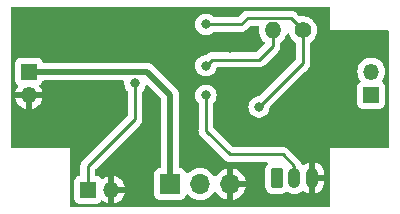
<source format=gbr>
%TF.GenerationSoftware,KiCad,Pcbnew,7.0.2*%
%TF.CreationDate,2023-05-18T15:11:26-04:00*%
%TF.ProjectId,smartpir,736d6172-7470-4697-922e-6b696361645f,rev?*%
%TF.SameCoordinates,Original*%
%TF.FileFunction,Copper,L2,Bot*%
%TF.FilePolarity,Positive*%
%FSLAX46Y46*%
G04 Gerber Fmt 4.6, Leading zero omitted, Abs format (unit mm)*
G04 Created by KiCad (PCBNEW 7.0.2) date 2023-05-18 15:11:26*
%MOMM*%
%LPD*%
G01*
G04 APERTURE LIST*
G04 Aperture macros list*
%AMRoundRect*
0 Rectangle with rounded corners*
0 $1 Rounding radius*
0 $2 $3 $4 $5 $6 $7 $8 $9 X,Y pos of 4 corners*
0 Add a 4 corners polygon primitive as box body*
4,1,4,$2,$3,$4,$5,$6,$7,$8,$9,$2,$3,0*
0 Add four circle primitives for the rounded corners*
1,1,$1+$1,$2,$3*
1,1,$1+$1,$4,$5*
1,1,$1+$1,$6,$7*
1,1,$1+$1,$8,$9*
0 Add four rect primitives between the rounded corners*
20,1,$1+$1,$2,$3,$4,$5,0*
20,1,$1+$1,$4,$5,$6,$7,0*
20,1,$1+$1,$6,$7,$8,$9,0*
20,1,$1+$1,$8,$9,$2,$3,0*%
G04 Aperture macros list end*
%TA.AperFunction,ComponentPad*%
%ADD10O,1.400000X1.400000*%
%TD*%
%TA.AperFunction,ComponentPad*%
%ADD11C,1.400000*%
%TD*%
%TA.AperFunction,ComponentPad*%
%ADD12RoundRect,0.250000X-0.265000X-0.615000X0.265000X-0.615000X0.265000X0.615000X-0.265000X0.615000X0*%
%TD*%
%TA.AperFunction,ComponentPad*%
%ADD13O,1.030000X1.730000*%
%TD*%
%TA.AperFunction,ComponentPad*%
%ADD14R,1.350000X1.350000*%
%TD*%
%TA.AperFunction,ComponentPad*%
%ADD15O,1.350000X1.350000*%
%TD*%
%TA.AperFunction,ComponentPad*%
%ADD16R,1.700000X1.700000*%
%TD*%
%TA.AperFunction,ComponentPad*%
%ADD17O,1.700000X1.700000*%
%TD*%
%TA.AperFunction,ViaPad*%
%ADD18C,0.800000*%
%TD*%
%TA.AperFunction,Conductor*%
%ADD19C,0.250000*%
%TD*%
%TA.AperFunction,Conductor*%
%ADD20C,0.500000*%
%TD*%
G04 APERTURE END LIST*
D10*
%TO.P,R3,2*%
%TO.N,Net-(U1-PA7)*%
X122680000Y-102500000D03*
D11*
%TO.P,R3,1*%
%TO.N,+3.3V*%
X125220000Y-102500000D03*
%TD*%
D12*
%TO.P,J5,1,Pin_1*%
%TO.N,+3.3V*%
X123000000Y-115000000D03*
D13*
%TO.P,J5,2,Pin_2*%
%TO.N,UPDI*%
X124500000Y-115000000D03*
%TO.P,J5,3,Pin_3*%
%TO.N,GND*%
X126000000Y-115000000D03*
%TD*%
D14*
%TO.P,J1,1,Pin_1*%
%TO.N,+BATT*%
X102000000Y-106000000D03*
D15*
%TO.P,J1,2,Pin_2*%
%TO.N,GND*%
X102000000Y-108000000D03*
%TD*%
D14*
%TO.P,J4,1,Pin_1*%
%TO.N,DEBUG*%
X107000000Y-116000000D03*
D15*
%TO.P,J4,2,Pin_2*%
%TO.N,GND*%
X109000000Y-116000000D03*
%TD*%
D14*
%TO.P,J3,1,Pin_1*%
%TO.N,+BATT*%
X131000000Y-108000000D03*
D15*
%TO.P,J3,2,Pin_2*%
%TO.N,Net-(J3-Pin_2)*%
X131000000Y-106000000D03*
%TD*%
D16*
%TO.P,J2,1,Pin_1*%
%TO.N,+BATT*%
X113975000Y-115500000D03*
D17*
%TO.P,J2,2,Pin_2*%
%TO.N,PIR*%
X116515000Y-115500000D03*
%TO.P,J2,3,Pin_3*%
%TO.N,GND*%
X119055000Y-115500000D03*
%TD*%
D18*
%TO.N,GND*%
X124000000Y-111000000D03*
%TO.N,UPDI*%
X117000000Y-108000000D03*
%TO.N,+3.3V*%
X121500000Y-109000000D03*
X117000000Y-102000000D03*
%TO.N,GND*%
X107000000Y-111500000D03*
X108000000Y-102000000D03*
X119000000Y-104000000D03*
%TO.N,DEBUG*%
X111000000Y-107000000D03*
%TO.N,Net-(U1-PA7)*%
X117000000Y-105500000D03*
%TD*%
D19*
%TO.N,UPDI*%
X117000000Y-111000000D02*
X119000000Y-113000000D01*
X124500000Y-114000000D02*
X124500000Y-115000000D01*
X117000000Y-108000000D02*
X117000000Y-111000000D01*
X119000000Y-113000000D02*
X123500000Y-113000000D01*
X123500000Y-113000000D02*
X124500000Y-114000000D01*
%TO.N,Net-(U1-PA7)*%
X117500000Y-105000000D02*
X121500000Y-105000000D01*
X121500000Y-105000000D02*
X122680000Y-103820000D01*
X122680000Y-103820000D02*
X122680000Y-102500000D01*
%TO.N,+3.3V*%
X125220000Y-105280000D02*
X121500000Y-109000000D01*
X125220000Y-102500000D02*
X125220000Y-105280000D01*
X117000000Y-102000000D02*
X120000000Y-102000000D01*
X120525000Y-101475000D02*
X124195000Y-101475000D01*
X120000000Y-102000000D02*
X120525000Y-101475000D01*
X124195000Y-101475000D02*
X125220000Y-102500000D01*
%TO.N,+BATT*%
X113975000Y-107975000D02*
X114000000Y-108000000D01*
D20*
X102000000Y-106000000D02*
X112000000Y-106000000D01*
X113975000Y-107975000D02*
X113975000Y-115500000D01*
X112000000Y-106000000D02*
X113975000Y-107975000D01*
D19*
%TO.N,DEBUG*%
X111000000Y-110000000D02*
X107000000Y-114000000D01*
X107000000Y-114000000D02*
X107000000Y-116000000D01*
X111000000Y-107000000D02*
X111000000Y-110000000D01*
%TO.N,Net-(U1-PA7)*%
X117000000Y-105500000D02*
X117500000Y-105000000D01*
%TD*%
%TA.AperFunction,Conductor*%
%TO.N,GND*%
G36*
X127443039Y-100519685D02*
G01*
X127488794Y-100572489D01*
X127500000Y-100624000D01*
X127500000Y-102500000D01*
X132376000Y-102500000D01*
X132443039Y-102519685D01*
X132488794Y-102572489D01*
X132500000Y-102624000D01*
X132500000Y-112376000D01*
X132480315Y-112443039D01*
X132427511Y-112488794D01*
X132376000Y-112500000D01*
X127500000Y-112500000D01*
X127500000Y-117376000D01*
X127480315Y-117443039D01*
X127427511Y-117488794D01*
X127376000Y-117500000D01*
X105624000Y-117500000D01*
X105556961Y-117480315D01*
X105511206Y-117427511D01*
X105500000Y-117376000D01*
X105500000Y-112500000D01*
X100624000Y-112500000D01*
X100556961Y-112480315D01*
X100511206Y-112427511D01*
X100500000Y-112376000D01*
X100500000Y-106719578D01*
X100824500Y-106719578D01*
X100824501Y-106722872D01*
X100824853Y-106726152D01*
X100824854Y-106726159D01*
X100830909Y-106782484D01*
X100846017Y-106822989D01*
X100881204Y-106917331D01*
X100943090Y-107000000D01*
X100967454Y-107032546D01*
X101053504Y-107096963D01*
X101095375Y-107152897D01*
X101100359Y-107222589D01*
X101078148Y-107270956D01*
X100996712Y-107378795D01*
X100899651Y-107573721D01*
X100849494Y-107749999D01*
X100849495Y-107750000D01*
X101684314Y-107750000D01*
X101672359Y-107761955D01*
X101614835Y-107874852D01*
X101595014Y-108000000D01*
X101614835Y-108125148D01*
X101672359Y-108238045D01*
X101684314Y-108250000D01*
X100849495Y-108250000D01*
X100899651Y-108426278D01*
X100996712Y-108621205D01*
X101127944Y-108794985D01*
X101288868Y-108941685D01*
X101474012Y-109056322D01*
X101677069Y-109134986D01*
X101750000Y-109148619D01*
X101750000Y-108315686D01*
X101761955Y-108327641D01*
X101874852Y-108385165D01*
X101968519Y-108400000D01*
X102031481Y-108400000D01*
X102125148Y-108385165D01*
X102238045Y-108327641D01*
X102250000Y-108315686D01*
X102250000Y-109148619D01*
X102322930Y-109134986D01*
X102525987Y-109056322D01*
X102711131Y-108941685D01*
X102872055Y-108794985D01*
X103003287Y-108621205D01*
X103100348Y-108426278D01*
X103150505Y-108250000D01*
X102315686Y-108250000D01*
X102327641Y-108238045D01*
X102385165Y-108125148D01*
X102404986Y-108000000D01*
X102385165Y-107874852D01*
X102327641Y-107761955D01*
X102315686Y-107750000D01*
X103150505Y-107750000D01*
X103150505Y-107749999D01*
X103100348Y-107573721D01*
X103003287Y-107378794D01*
X102921852Y-107270957D01*
X102897160Y-107205595D01*
X102911725Y-107137261D01*
X102946493Y-107096965D01*
X103032546Y-107032546D01*
X103118796Y-106917331D01*
X103150933Y-106831166D01*
X103192804Y-106775233D01*
X103258269Y-106750816D01*
X103267115Y-106750500D01*
X109983048Y-106750500D01*
X110050087Y-106770185D01*
X110095842Y-106822989D01*
X110106368Y-106887457D01*
X110103229Y-106917331D01*
X110094540Y-107000000D01*
X110114326Y-107188257D01*
X110172820Y-107368284D01*
X110267464Y-107532213D01*
X110267467Y-107532216D01*
X110341858Y-107614835D01*
X110342650Y-107615714D01*
X110372880Y-107678706D01*
X110374500Y-107698687D01*
X110374500Y-109689546D01*
X110354815Y-109756585D01*
X110338181Y-109777227D01*
X106616208Y-113499199D01*
X106600110Y-113512096D01*
X106552096Y-113563225D01*
X106549392Y-113566016D01*
X106532628Y-113582780D01*
X106532621Y-113582787D01*
X106529880Y-113585529D01*
X106527499Y-113588597D01*
X106527490Y-113588608D01*
X106527411Y-113588711D01*
X106519842Y-113597572D01*
X106489935Y-113629420D01*
X106480285Y-113646974D01*
X106469609Y-113663228D01*
X106457326Y-113679063D01*
X106439975Y-113719158D01*
X106434838Y-113729644D01*
X106413802Y-113767907D01*
X106408821Y-113787309D01*
X106402520Y-113805711D01*
X106394561Y-113824102D01*
X106387728Y-113867242D01*
X106385360Y-113878674D01*
X106374499Y-113920977D01*
X106374500Y-113941016D01*
X106372973Y-113960414D01*
X106369839Y-113980196D01*
X106373949Y-114023676D01*
X106374499Y-114035343D01*
X106374499Y-114702648D01*
X106354814Y-114769687D01*
X106302010Y-114815442D01*
X106263754Y-114825937D01*
X106217519Y-114830907D01*
X106082669Y-114881204D01*
X105967454Y-114967454D01*
X105881204Y-115082668D01*
X105830909Y-115217516D01*
X105827417Y-115250000D01*
X105824500Y-115277127D01*
X105824500Y-115280448D01*
X105824500Y-115280449D01*
X105824500Y-116719560D01*
X105824500Y-116719578D01*
X105824501Y-116722872D01*
X105824853Y-116726152D01*
X105824854Y-116726159D01*
X105829987Y-116773903D01*
X105830909Y-116782483D01*
X105881204Y-116917331D01*
X105967454Y-117032546D01*
X106082669Y-117118796D01*
X106217517Y-117169091D01*
X106277127Y-117175500D01*
X107722872Y-117175499D01*
X107782483Y-117169091D01*
X107917331Y-117118796D01*
X108032546Y-117032546D01*
X108095086Y-116949003D01*
X108151018Y-116907132D01*
X108220710Y-116902148D01*
X108277890Y-116931677D01*
X108288868Y-116941685D01*
X108474012Y-117056322D01*
X108677069Y-117134986D01*
X108750000Y-117148619D01*
X108750000Y-116315686D01*
X108761955Y-116327641D01*
X108874852Y-116385165D01*
X108968519Y-116400000D01*
X109031481Y-116400000D01*
X109125148Y-116385165D01*
X109238045Y-116327641D01*
X109250000Y-116315686D01*
X109250000Y-117148619D01*
X109322930Y-117134986D01*
X109525987Y-117056322D01*
X109711131Y-116941685D01*
X109872055Y-116794985D01*
X110003287Y-116621205D01*
X110100348Y-116426278D01*
X110150505Y-116250000D01*
X109315686Y-116250000D01*
X109327641Y-116238045D01*
X109385165Y-116125148D01*
X109404986Y-116000000D01*
X109385165Y-115874852D01*
X109327641Y-115761955D01*
X109315686Y-115750000D01*
X110150505Y-115750000D01*
X110150505Y-115749999D01*
X110100348Y-115573721D01*
X110003287Y-115378794D01*
X109872055Y-115205014D01*
X109711131Y-115058314D01*
X109525987Y-114943677D01*
X109322927Y-114865011D01*
X109250001Y-114851378D01*
X109250000Y-114851379D01*
X109250000Y-115684314D01*
X109238045Y-115672359D01*
X109125148Y-115614835D01*
X109031481Y-115600000D01*
X108968519Y-115600000D01*
X108874852Y-115614835D01*
X108761955Y-115672359D01*
X108750000Y-115684314D01*
X108750000Y-114851379D01*
X108749998Y-114851378D01*
X108677072Y-114865011D01*
X108474012Y-114943677D01*
X108288871Y-115058313D01*
X108277888Y-115068325D01*
X108215082Y-115098940D01*
X108145696Y-115090740D01*
X108095086Y-115050997D01*
X108032546Y-114967454D01*
X107917331Y-114881204D01*
X107782483Y-114830909D01*
X107736242Y-114825937D01*
X107671693Y-114799200D01*
X107631845Y-114741807D01*
X107625499Y-114702648D01*
X107625499Y-114542516D01*
X107625499Y-114310448D01*
X107645184Y-114243413D01*
X107661813Y-114222776D01*
X111383789Y-110500800D01*
X111399885Y-110487906D01*
X111401873Y-110485787D01*
X111401877Y-110485786D01*
X111447949Y-110436723D01*
X111450534Y-110434055D01*
X111470120Y-110414471D01*
X111472585Y-110411292D01*
X111480167Y-110402416D01*
X111510062Y-110370582D01*
X111519717Y-110353018D01*
X111530394Y-110336764D01*
X111542673Y-110320936D01*
X111560018Y-110280852D01*
X111565160Y-110270356D01*
X111586197Y-110232092D01*
X111591179Y-110212684D01*
X111597481Y-110194280D01*
X111605437Y-110175896D01*
X111612269Y-110132752D01*
X111614633Y-110121338D01*
X111625500Y-110079019D01*
X111625500Y-110058983D01*
X111627027Y-110039584D01*
X111630160Y-110019804D01*
X111626050Y-109976324D01*
X111625500Y-109964655D01*
X111625500Y-107698687D01*
X111645185Y-107631648D01*
X111657350Y-107615714D01*
X111732533Y-107532216D01*
X111769734Y-107467783D01*
X111827179Y-107368284D01*
X111855722Y-107280439D01*
X111882299Y-107198640D01*
X111921736Y-107140967D01*
X111986095Y-107113768D01*
X112054941Y-107125682D01*
X112087911Y-107149279D01*
X113188181Y-108249549D01*
X113221666Y-108310872D01*
X113224500Y-108337230D01*
X113224500Y-114025500D01*
X113204815Y-114092539D01*
X113152011Y-114138294D01*
X113100505Y-114149500D01*
X113080441Y-114149500D01*
X113080422Y-114149500D01*
X113077128Y-114149501D01*
X113073848Y-114149853D01*
X113073840Y-114149854D01*
X113017515Y-114155909D01*
X112882669Y-114206204D01*
X112767454Y-114292454D01*
X112681204Y-114407668D01*
X112660980Y-114461893D01*
X112630909Y-114542517D01*
X112624500Y-114602127D01*
X112624500Y-114605448D01*
X112624500Y-114605449D01*
X112624500Y-116394560D01*
X112624500Y-116394578D01*
X112624501Y-116397872D01*
X112624853Y-116401152D01*
X112624854Y-116401159D01*
X112630909Y-116457484D01*
X112656056Y-116524906D01*
X112681204Y-116592331D01*
X112767454Y-116707546D01*
X112882669Y-116793796D01*
X113017517Y-116844091D01*
X113077127Y-116850500D01*
X114872872Y-116850499D01*
X114932483Y-116844091D01*
X115067331Y-116793796D01*
X115182546Y-116707546D01*
X115268796Y-116592331D01*
X115317810Y-116460916D01*
X115359681Y-116404983D01*
X115425146Y-116380566D01*
X115493419Y-116395418D01*
X115521673Y-116416569D01*
X115643599Y-116538495D01*
X115837170Y-116674035D01*
X116051337Y-116773903D01*
X116263059Y-116830633D01*
X116279592Y-116835063D01*
X116514999Y-116855659D01*
X116514999Y-116855658D01*
X116515000Y-116855659D01*
X116750408Y-116835063D01*
X116978663Y-116773903D01*
X117192830Y-116674035D01*
X117386401Y-116538495D01*
X117553495Y-116371401D01*
X117683732Y-116185403D01*
X117738307Y-116141780D01*
X117807805Y-116134586D01*
X117870160Y-116166109D01*
X117886880Y-116185404D01*
X118016893Y-116371081D01*
X118183918Y-116538106D01*
X118377423Y-116673600D01*
X118591509Y-116773430D01*
X118805000Y-116830634D01*
X118805000Y-115935501D01*
X118912685Y-115984680D01*
X119019237Y-116000000D01*
X119090763Y-116000000D01*
X119197315Y-115984680D01*
X119305000Y-115935501D01*
X119305000Y-116830633D01*
X119518490Y-116773430D01*
X119732576Y-116673600D01*
X119926081Y-116538106D01*
X120093106Y-116371081D01*
X120228600Y-116177576D01*
X120328430Y-115963492D01*
X120385636Y-115750000D01*
X119488686Y-115750000D01*
X119514493Y-115709844D01*
X119555000Y-115571889D01*
X119555000Y-115428111D01*
X119514493Y-115290156D01*
X119488686Y-115250000D01*
X120385636Y-115250000D01*
X120385635Y-115249999D01*
X120328430Y-115036507D01*
X120228599Y-114822421D01*
X120093109Y-114628921D01*
X119926081Y-114461893D01*
X119732576Y-114326399D01*
X119518492Y-114226569D01*
X119305000Y-114169364D01*
X119305000Y-115064498D01*
X119197315Y-115015320D01*
X119090763Y-115000000D01*
X119019237Y-115000000D01*
X118912685Y-115015320D01*
X118805000Y-115064498D01*
X118805000Y-114169364D01*
X118804999Y-114169364D01*
X118591507Y-114226569D01*
X118377421Y-114326400D01*
X118183921Y-114461890D01*
X118016893Y-114628918D01*
X117886880Y-114814596D01*
X117832303Y-114858220D01*
X117762804Y-114865413D01*
X117700450Y-114833891D01*
X117683730Y-114814595D01*
X117553495Y-114628599D01*
X117386401Y-114461505D01*
X117192830Y-114325965D01*
X116978663Y-114226097D01*
X116917501Y-114209709D01*
X116750407Y-114164936D01*
X116514999Y-114144340D01*
X116279592Y-114164936D01*
X116051336Y-114226097D01*
X115837170Y-114325965D01*
X115643601Y-114461503D01*
X115521673Y-114583431D01*
X115460350Y-114616915D01*
X115390658Y-114611931D01*
X115334725Y-114570059D01*
X115317810Y-114539082D01*
X115289019Y-114461890D01*
X115268796Y-114407669D01*
X115182546Y-114292454D01*
X115067331Y-114206204D01*
X114932483Y-114155909D01*
X114872873Y-114149500D01*
X114869551Y-114149500D01*
X114849500Y-114149500D01*
X114782461Y-114129815D01*
X114736706Y-114077011D01*
X114725500Y-114025500D01*
X114725500Y-108038705D01*
X114726809Y-108020735D01*
X114726961Y-108019691D01*
X114729846Y-108000000D01*
X116094540Y-108000000D01*
X116098608Y-108038705D01*
X116114326Y-108188257D01*
X116172820Y-108368284D01*
X116267464Y-108532213D01*
X116267467Y-108532216D01*
X116342649Y-108615714D01*
X116372879Y-108678705D01*
X116374499Y-108698686D01*
X116374499Y-110917256D01*
X116372235Y-110937763D01*
X116374439Y-111007872D01*
X116374500Y-111011767D01*
X116374500Y-111039350D01*
X116374988Y-111043219D01*
X116374989Y-111043225D01*
X116375004Y-111043343D01*
X116375918Y-111054967D01*
X116377290Y-111098626D01*
X116382879Y-111117860D01*
X116386825Y-111136916D01*
X116389335Y-111156792D01*
X116405414Y-111197404D01*
X116409197Y-111208451D01*
X116421382Y-111250391D01*
X116431580Y-111267635D01*
X116440136Y-111285100D01*
X116447514Y-111303732D01*
X116447515Y-111303733D01*
X116473180Y-111339059D01*
X116479593Y-111348822D01*
X116501826Y-111386416D01*
X116501829Y-111386419D01*
X116501830Y-111386420D01*
X116515995Y-111400585D01*
X116528627Y-111415375D01*
X116540406Y-111431587D01*
X116574058Y-111459426D01*
X116582699Y-111467289D01*
X118499196Y-113383787D01*
X118512096Y-113399888D01*
X118563223Y-113447900D01*
X118566020Y-113450611D01*
X118585529Y-113470120D01*
X118588709Y-113472587D01*
X118597571Y-113480155D01*
X118617850Y-113499199D01*
X118629418Y-113510062D01*
X118646970Y-113519711D01*
X118663238Y-113530397D01*
X118679064Y-113542673D01*
X118719146Y-113560017D01*
X118729633Y-113565155D01*
X118767907Y-113586197D01*
X118776410Y-113588379D01*
X118787308Y-113591178D01*
X118805713Y-113597478D01*
X118824104Y-113605437D01*
X118867250Y-113612270D01*
X118878668Y-113614635D01*
X118920981Y-113625500D01*
X118941016Y-113625500D01*
X118960415Y-113627027D01*
X118980196Y-113630160D01*
X119023674Y-113626050D01*
X119035344Y-113625500D01*
X122133769Y-113625500D01*
X122200808Y-113645185D01*
X122246563Y-113697989D01*
X122256507Y-113767147D01*
X122227482Y-113830703D01*
X122221450Y-113837181D01*
X122142288Y-113916342D01*
X122050186Y-114065665D01*
X121995000Y-114232202D01*
X121984819Y-114331858D01*
X121984817Y-114331878D01*
X121984500Y-114334991D01*
X121984500Y-114338138D01*
X121984500Y-114338139D01*
X121984500Y-115661859D01*
X121984500Y-115661878D01*
X121984501Y-115665008D01*
X121984820Y-115668140D01*
X121984821Y-115668141D01*
X121995000Y-115767796D01*
X122050186Y-115934334D01*
X122142288Y-116083657D01*
X122266342Y-116207711D01*
X122315522Y-116238045D01*
X122415666Y-116299814D01*
X122521349Y-116334834D01*
X122582202Y-116354999D01*
X122681858Y-116365180D01*
X122681859Y-116365180D01*
X122684991Y-116365500D01*
X123315008Y-116365499D01*
X123417797Y-116354999D01*
X123584334Y-116299814D01*
X123733656Y-116207712D01*
X123749171Y-116192195D01*
X123810493Y-116158711D01*
X123880184Y-116163694D01*
X123915517Y-116184023D01*
X123933088Y-116198443D01*
X124109504Y-116292740D01*
X124300927Y-116350807D01*
X124500000Y-116370414D01*
X124699073Y-116350807D01*
X124890496Y-116292740D01*
X125066912Y-116198443D01*
X125171732Y-116112419D01*
X125236039Y-116085108D01*
X125304906Y-116096899D01*
X125329059Y-116112421D01*
X125433368Y-116198025D01*
X125609694Y-116292273D01*
X125750000Y-116334834D01*
X125750000Y-115267945D01*
X125823877Y-115325447D01*
X125939092Y-115365000D01*
X126030245Y-115365000D01*
X126120154Y-115349997D01*
X126227288Y-115292019D01*
X126249998Y-115267348D01*
X126249999Y-116334834D01*
X126390302Y-116292275D01*
X126566632Y-116198024D01*
X126721185Y-116071185D01*
X126848025Y-115916631D01*
X126942275Y-115740302D01*
X127000313Y-115548976D01*
X127014701Y-115402897D01*
X127015000Y-115396813D01*
X127015000Y-115250000D01*
X126265969Y-115250000D01*
X126309791Y-115202397D01*
X126358724Y-115090841D01*
X126368783Y-114969442D01*
X126338879Y-114851354D01*
X126272661Y-114750000D01*
X127015000Y-114750000D01*
X127015000Y-114603186D01*
X127014701Y-114597102D01*
X127000313Y-114451023D01*
X126942275Y-114259697D01*
X126848025Y-114083368D01*
X126721185Y-113928814D01*
X126566631Y-113801974D01*
X126390302Y-113707724D01*
X126250000Y-113665164D01*
X126249999Y-113665164D01*
X126249999Y-114732053D01*
X126176123Y-114674553D01*
X126060908Y-114635000D01*
X125969755Y-114635000D01*
X125879846Y-114650003D01*
X125772712Y-114707981D01*
X125750000Y-114732652D01*
X125750000Y-113665164D01*
X125749998Y-113665164D01*
X125609696Y-113707724D01*
X125433369Y-113801974D01*
X125329058Y-113887579D01*
X125264748Y-113914891D01*
X125195881Y-113903100D01*
X125171730Y-113887579D01*
X125160879Y-113878674D01*
X125132105Y-113855059D01*
X125095469Y-113804830D01*
X125094571Y-113802564D01*
X125090806Y-113791562D01*
X125078618Y-113749610D01*
X125068414Y-113732355D01*
X125059861Y-113714895D01*
X125052486Y-113696269D01*
X125052486Y-113696268D01*
X125026808Y-113660925D01*
X125020401Y-113651171D01*
X125016752Y-113645001D01*
X124998170Y-113613580D01*
X124984006Y-113599416D01*
X124971367Y-113584617D01*
X124959595Y-113568413D01*
X124925941Y-113540573D01*
X124917299Y-113532709D01*
X124000802Y-112616211D01*
X123987906Y-112600113D01*
X123936775Y-112552098D01*
X123933978Y-112549387D01*
X123917227Y-112532636D01*
X123914471Y-112529880D01*
X123911290Y-112527412D01*
X123902422Y-112519837D01*
X123870582Y-112489938D01*
X123853024Y-112480285D01*
X123836764Y-112469604D01*
X123820936Y-112457327D01*
X123780851Y-112439980D01*
X123770361Y-112434841D01*
X123732091Y-112413802D01*
X123712691Y-112408821D01*
X123694284Y-112402519D01*
X123675897Y-112394562D01*
X123632758Y-112387729D01*
X123621324Y-112385361D01*
X123579019Y-112374500D01*
X123558984Y-112374500D01*
X123539586Y-112372973D01*
X123532162Y-112371797D01*
X123519805Y-112369840D01*
X123519804Y-112369840D01*
X123486751Y-112372964D01*
X123476325Y-112373950D01*
X123464656Y-112374500D01*
X119310453Y-112374500D01*
X119243414Y-112354815D01*
X119222772Y-112338181D01*
X117661819Y-110777227D01*
X117628334Y-110715904D01*
X117625500Y-110689546D01*
X117625500Y-108698687D01*
X117645185Y-108631648D01*
X117657350Y-108615714D01*
X117657351Y-108615713D01*
X117732533Y-108532216D01*
X117769734Y-108467783D01*
X117827179Y-108368284D01*
X117845833Y-108310872D01*
X117885674Y-108188256D01*
X117905460Y-108000000D01*
X117885674Y-107811744D01*
X117834961Y-107655666D01*
X117827179Y-107631715D01*
X117732533Y-107467783D01*
X117605870Y-107327110D01*
X117452730Y-107215848D01*
X117279802Y-107138855D01*
X117094648Y-107099500D01*
X117094646Y-107099500D01*
X116905354Y-107099500D01*
X116905352Y-107099500D01*
X116720197Y-107138855D01*
X116547269Y-107215848D01*
X116394129Y-107327110D01*
X116267466Y-107467783D01*
X116172820Y-107631715D01*
X116114326Y-107811742D01*
X116102139Y-107927701D01*
X116094540Y-108000000D01*
X114729846Y-108000000D01*
X114730289Y-107996977D01*
X114725972Y-107947629D01*
X114725500Y-107936823D01*
X114725500Y-107934901D01*
X114725500Y-107931291D01*
X114721903Y-107900520D01*
X114721536Y-107896929D01*
X114714889Y-107820949D01*
X114710672Y-107801930D01*
X114691771Y-107750000D01*
X114684591Y-107730273D01*
X114683408Y-107726868D01*
X114659814Y-107655666D01*
X114659812Y-107655663D01*
X114659415Y-107654464D01*
X114650929Y-107636936D01*
X114650237Y-107635884D01*
X114650237Y-107635883D01*
X114609001Y-107573188D01*
X114607086Y-107570181D01*
X114567048Y-107505269D01*
X114554748Y-107490170D01*
X114499272Y-107437831D01*
X114496685Y-107435318D01*
X112575728Y-105514360D01*
X112563946Y-105500727D01*
X112563405Y-105500000D01*
X116094540Y-105500000D01*
X116114326Y-105688257D01*
X116172820Y-105868284D01*
X116267466Y-106032216D01*
X116394129Y-106172889D01*
X116547269Y-106284151D01*
X116720197Y-106361144D01*
X116905352Y-106400500D01*
X116905354Y-106400500D01*
X117094648Y-106400500D01*
X117218083Y-106374262D01*
X117279803Y-106361144D01*
X117452730Y-106284151D01*
X117605871Y-106172888D01*
X117732533Y-106032216D01*
X117827179Y-105868284D01*
X117878224Y-105711182D01*
X117917662Y-105653506D01*
X117982021Y-105626308D01*
X117996156Y-105625500D01*
X121417256Y-105625500D01*
X121437762Y-105627764D01*
X121440665Y-105627672D01*
X121440667Y-105627673D01*
X121507872Y-105625561D01*
X121511768Y-105625500D01*
X121535448Y-105625500D01*
X121539350Y-105625500D01*
X121543313Y-105624999D01*
X121554962Y-105624080D01*
X121598627Y-105622709D01*
X121617859Y-105617120D01*
X121636918Y-105613174D01*
X121643196Y-105612381D01*
X121656792Y-105610664D01*
X121697407Y-105594582D01*
X121708444Y-105590803D01*
X121750390Y-105578618D01*
X121767629Y-105568422D01*
X121785102Y-105559862D01*
X121803732Y-105552486D01*
X121839064Y-105526814D01*
X121848830Y-105520400D01*
X121882096Y-105500727D01*
X121886420Y-105498170D01*
X121900585Y-105484004D01*
X121915373Y-105471373D01*
X121931587Y-105459594D01*
X121959438Y-105425926D01*
X121967279Y-105417309D01*
X123063788Y-104320801D01*
X123079885Y-104307906D01*
X123081873Y-104305787D01*
X123081877Y-104305786D01*
X123127949Y-104256723D01*
X123130534Y-104254055D01*
X123150120Y-104234471D01*
X123152585Y-104231292D01*
X123160167Y-104222416D01*
X123190062Y-104190582D01*
X123199712Y-104173027D01*
X123210400Y-104156757D01*
X123222671Y-104140938D01*
X123222673Y-104140936D01*
X123240026Y-104100832D01*
X123245157Y-104090362D01*
X123266197Y-104052092D01*
X123271175Y-104032699D01*
X123277481Y-104014282D01*
X123279018Y-104010728D01*
X123285438Y-103995896D01*
X123292272Y-103952745D01*
X123294635Y-103941331D01*
X123305500Y-103899019D01*
X123305500Y-103878983D01*
X123307027Y-103859584D01*
X123310160Y-103839804D01*
X123306050Y-103796324D01*
X123305500Y-103784655D01*
X123305500Y-103593765D01*
X123325185Y-103526726D01*
X123364223Y-103488338D01*
X123406562Y-103462124D01*
X123570981Y-103312236D01*
X123705058Y-103134689D01*
X123804229Y-102935528D01*
X123814196Y-102900500D01*
X123830734Y-102842374D01*
X123868013Y-102783281D01*
X123931322Y-102753723D01*
X124000562Y-102763085D01*
X124053749Y-102808395D01*
X124069266Y-102842374D01*
X124095769Y-102935526D01*
X124194941Y-103134688D01*
X124329019Y-103312237D01*
X124480086Y-103449952D01*
X124493438Y-103462124D01*
X124535776Y-103488338D01*
X124582412Y-103540364D01*
X124594500Y-103593765D01*
X124594500Y-104969547D01*
X124574815Y-105036586D01*
X124558181Y-105057228D01*
X121552228Y-108063181D01*
X121490905Y-108096666D01*
X121464547Y-108099500D01*
X121405352Y-108099500D01*
X121220197Y-108138855D01*
X121047269Y-108215848D01*
X120894129Y-108327110D01*
X120767466Y-108467783D01*
X120672820Y-108631715D01*
X120614326Y-108811742D01*
X120594540Y-109000000D01*
X120614326Y-109188257D01*
X120672820Y-109368284D01*
X120767466Y-109532216D01*
X120894129Y-109672889D01*
X121047269Y-109784151D01*
X121220197Y-109861144D01*
X121405352Y-109900500D01*
X121405354Y-109900500D01*
X121594648Y-109900500D01*
X121718084Y-109874262D01*
X121779803Y-109861144D01*
X121952730Y-109784151D01*
X121962260Y-109777227D01*
X122105870Y-109672889D01*
X122232533Y-109532216D01*
X122327179Y-109368284D01*
X122327178Y-109368284D01*
X122385674Y-109188256D01*
X122403321Y-109020345D01*
X122429905Y-108955732D01*
X122438952Y-108945636D01*
X125384589Y-106000000D01*
X129819464Y-106000000D01*
X129839564Y-106216925D01*
X129899181Y-106426457D01*
X129996288Y-106621474D01*
X130077747Y-106729343D01*
X130102439Y-106794704D01*
X130087874Y-106863039D01*
X130053104Y-106903335D01*
X129967455Y-106967451D01*
X129881204Y-107082668D01*
X129830910Y-107217515D01*
X129830909Y-107217517D01*
X129824500Y-107277127D01*
X129824500Y-107280448D01*
X129824500Y-107280449D01*
X129824500Y-108719560D01*
X129824500Y-108719578D01*
X129824501Y-108722872D01*
X129824853Y-108726152D01*
X129824854Y-108726159D01*
X129830909Y-108782484D01*
X129856056Y-108849906D01*
X129881204Y-108917331D01*
X129967454Y-109032546D01*
X130082669Y-109118796D01*
X130217517Y-109169091D01*
X130277127Y-109175500D01*
X131722872Y-109175499D01*
X131782483Y-109169091D01*
X131917331Y-109118796D01*
X132032546Y-109032546D01*
X132118796Y-108917331D01*
X132169091Y-108782483D01*
X132175500Y-108722873D01*
X132175499Y-107277128D01*
X132169091Y-107217517D01*
X132118796Y-107082669D01*
X132032546Y-106967454D01*
X132026505Y-106962932D01*
X131965589Y-106917330D01*
X131946894Y-106903335D01*
X131905024Y-106847402D01*
X131900040Y-106777710D01*
X131922252Y-106729343D01*
X132003712Y-106621472D01*
X132100817Y-106426459D01*
X132119401Y-106361144D01*
X132160435Y-106216925D01*
X132164515Y-106172888D01*
X132180536Y-106000000D01*
X132160435Y-105783077D01*
X132160435Y-105783074D01*
X132100818Y-105573542D01*
X132003712Y-105378528D01*
X131872426Y-105204676D01*
X131711432Y-105057912D01*
X131526208Y-104943226D01*
X131323073Y-104864531D01*
X131323070Y-104864530D01*
X131323069Y-104864530D01*
X131108926Y-104824500D01*
X130891074Y-104824500D01*
X130676931Y-104864530D01*
X130676926Y-104864531D01*
X130473791Y-104943226D01*
X130288567Y-105057912D01*
X130127573Y-105204676D01*
X129996287Y-105378528D01*
X129899181Y-105573542D01*
X129839564Y-105783074D01*
X129819464Y-106000000D01*
X125384589Y-106000000D01*
X125603789Y-105780800D01*
X125619885Y-105767906D01*
X125621873Y-105765787D01*
X125621877Y-105765786D01*
X125667949Y-105716723D01*
X125670534Y-105714055D01*
X125690120Y-105694471D01*
X125692585Y-105691292D01*
X125700167Y-105682416D01*
X125730062Y-105650582D01*
X125739717Y-105633018D01*
X125750394Y-105616764D01*
X125762673Y-105600936D01*
X125780018Y-105560852D01*
X125785160Y-105550356D01*
X125806197Y-105512092D01*
X125811179Y-105492684D01*
X125817481Y-105474280D01*
X125825437Y-105455896D01*
X125832269Y-105412752D01*
X125834633Y-105401338D01*
X125845500Y-105359019D01*
X125845500Y-105338983D01*
X125847027Y-105319584D01*
X125850160Y-105299804D01*
X125846050Y-105256324D01*
X125845500Y-105244655D01*
X125845500Y-103593765D01*
X125865185Y-103526726D01*
X125904223Y-103488338D01*
X125946562Y-103462124D01*
X126110981Y-103312236D01*
X126245058Y-103134689D01*
X126344229Y-102935528D01*
X126354196Y-102900500D01*
X126393293Y-102763085D01*
X126405115Y-102721536D01*
X126425643Y-102500000D01*
X126405115Y-102278464D01*
X126375105Y-102172989D01*
X126344230Y-102064473D01*
X126245058Y-101865311D01*
X126110980Y-101687762D01*
X125946562Y-101537875D01*
X125757404Y-101420754D01*
X125696174Y-101397033D01*
X125549940Y-101340382D01*
X125331243Y-101299500D01*
X125108757Y-101299500D01*
X125064623Y-101307749D01*
X125000571Y-101319723D01*
X124931056Y-101312691D01*
X124890106Y-101285515D01*
X124695802Y-101091211D01*
X124682906Y-101075113D01*
X124631775Y-101027098D01*
X124628978Y-101024387D01*
X124612227Y-101007636D01*
X124609471Y-101004880D01*
X124606290Y-101002412D01*
X124597422Y-100994837D01*
X124565582Y-100964938D01*
X124548024Y-100955285D01*
X124531764Y-100944604D01*
X124515936Y-100932327D01*
X124475851Y-100914980D01*
X124465361Y-100909841D01*
X124427091Y-100888802D01*
X124407691Y-100883821D01*
X124389284Y-100877519D01*
X124370897Y-100869562D01*
X124327758Y-100862729D01*
X124316324Y-100860361D01*
X124274019Y-100849500D01*
X124253984Y-100849500D01*
X124234586Y-100847973D01*
X124227162Y-100846797D01*
X124214805Y-100844840D01*
X124214804Y-100844840D01*
X124188484Y-100847328D01*
X124171325Y-100848950D01*
X124159656Y-100849500D01*
X120607741Y-100849500D01*
X120587237Y-100847236D01*
X120517145Y-100849439D01*
X120513251Y-100849500D01*
X120485650Y-100849500D01*
X120481799Y-100849986D01*
X120481768Y-100849988D01*
X120481640Y-100850005D01*
X120470028Y-100850918D01*
X120426368Y-100852290D01*
X120407128Y-100857880D01*
X120388081Y-100861825D01*
X120368209Y-100864335D01*
X120327599Y-100880413D01*
X120316554Y-100884194D01*
X120274611Y-100896380D01*
X120257369Y-100906578D01*
X120239897Y-100915138D01*
X120221266Y-100922514D01*
X120185938Y-100948181D01*
X120176180Y-100954591D01*
X120138579Y-100976829D01*
X120124410Y-100990998D01*
X120109622Y-101003628D01*
X120093410Y-101015407D01*
X120065570Y-101049059D01*
X120057710Y-101057697D01*
X119777226Y-101338182D01*
X119715906Y-101371666D01*
X119689547Y-101374500D01*
X117703747Y-101374500D01*
X117636708Y-101354815D01*
X117611599Y-101333473D01*
X117605871Y-101327112D01*
X117452730Y-101215849D01*
X117452729Y-101215848D01*
X117452727Y-101215847D01*
X117279802Y-101138855D01*
X117094648Y-101099500D01*
X117094646Y-101099500D01*
X116905354Y-101099500D01*
X116905352Y-101099500D01*
X116720197Y-101138855D01*
X116547269Y-101215848D01*
X116394129Y-101327110D01*
X116267466Y-101467783D01*
X116172820Y-101631715D01*
X116114326Y-101811742D01*
X116094540Y-101999999D01*
X116094540Y-102000000D01*
X116094580Y-102000383D01*
X116114326Y-102188257D01*
X116172820Y-102368284D01*
X116267466Y-102532216D01*
X116394129Y-102672889D01*
X116547269Y-102784151D01*
X116720197Y-102861144D01*
X116905352Y-102900500D01*
X116905354Y-102900500D01*
X117094648Y-102900500D01*
X117218083Y-102874262D01*
X117279803Y-102861144D01*
X117452730Y-102784151D01*
X117605871Y-102672888D01*
X117611598Y-102666527D01*
X117671084Y-102629879D01*
X117703747Y-102625500D01*
X119917256Y-102625500D01*
X119937762Y-102627764D01*
X119940665Y-102627672D01*
X119940667Y-102627673D01*
X120007872Y-102625561D01*
X120011768Y-102625500D01*
X120035448Y-102625500D01*
X120039350Y-102625500D01*
X120043313Y-102624999D01*
X120054962Y-102624080D01*
X120098627Y-102622709D01*
X120117859Y-102617120D01*
X120136918Y-102613174D01*
X120143196Y-102612381D01*
X120156792Y-102610664D01*
X120197407Y-102594582D01*
X120208444Y-102590803D01*
X120250390Y-102578618D01*
X120267629Y-102568422D01*
X120285102Y-102559862D01*
X120303732Y-102552486D01*
X120339064Y-102526814D01*
X120348830Y-102520400D01*
X120350622Y-102519340D01*
X120386420Y-102498170D01*
X120400585Y-102484004D01*
X120415373Y-102471373D01*
X120431587Y-102459594D01*
X120459433Y-102425932D01*
X120467274Y-102417314D01*
X120747772Y-102136818D01*
X120809097Y-102103334D01*
X120835454Y-102100500D01*
X121381318Y-102100500D01*
X121448357Y-102120185D01*
X121494112Y-102172989D01*
X121504056Y-102242147D01*
X121500585Y-102258428D01*
X121497371Y-102269725D01*
X121494884Y-102278466D01*
X121474357Y-102500000D01*
X121494885Y-102721537D01*
X121555769Y-102935526D01*
X121654941Y-103134688D01*
X121789019Y-103312237D01*
X121961929Y-103469865D01*
X121958925Y-103473159D01*
X121990062Y-103507460D01*
X122001598Y-103576370D01*
X121974048Y-103640579D01*
X121966167Y-103649241D01*
X121277228Y-104338181D01*
X121215905Y-104371666D01*
X121189547Y-104374500D01*
X117582744Y-104374500D01*
X117562237Y-104372235D01*
X117492127Y-104374439D01*
X117488232Y-104374500D01*
X117460650Y-104374500D01*
X117456805Y-104374985D01*
X117456780Y-104374987D01*
X117456653Y-104375004D01*
X117445033Y-104375918D01*
X117401369Y-104377290D01*
X117382129Y-104382880D01*
X117363081Y-104386825D01*
X117343209Y-104389335D01*
X117302599Y-104405413D01*
X117291554Y-104409194D01*
X117249610Y-104421381D01*
X117232365Y-104431579D01*
X117214904Y-104440133D01*
X117196267Y-104447512D01*
X117160931Y-104473185D01*
X117151174Y-104479595D01*
X117113580Y-104501829D01*
X117099413Y-104515996D01*
X117084624Y-104528626D01*
X117068414Y-104540404D01*
X117056719Y-104554541D01*
X116998819Y-104593648D01*
X116961176Y-104599500D01*
X116905352Y-104599500D01*
X116720197Y-104638855D01*
X116547269Y-104715848D01*
X116394129Y-104827110D01*
X116267466Y-104967783D01*
X116172820Y-105131715D01*
X116114326Y-105311742D01*
X116094540Y-105500000D01*
X112563405Y-105500000D01*
X112562042Y-105498170D01*
X112549610Y-105481470D01*
X112511667Y-105449631D01*
X112503691Y-105442323D01*
X112502329Y-105440961D01*
X112499777Y-105438409D01*
X112475444Y-105419169D01*
X112472647Y-105416890D01*
X112414251Y-105367890D01*
X112397821Y-105357422D01*
X112328691Y-105325186D01*
X112325447Y-105323615D01*
X112257306Y-105289394D01*
X112238903Y-105282997D01*
X112164211Y-105267574D01*
X112160692Y-105266794D01*
X112086490Y-105249208D01*
X112067121Y-105247229D01*
X111990869Y-105249448D01*
X111987263Y-105249500D01*
X103267115Y-105249500D01*
X103200076Y-105229815D01*
X103154321Y-105177011D01*
X103150933Y-105168833D01*
X103137089Y-105131716D01*
X103118796Y-105082669D01*
X103032546Y-104967454D01*
X102917331Y-104881204D01*
X102782483Y-104830909D01*
X102722873Y-104824500D01*
X102719550Y-104824500D01*
X101280439Y-104824500D01*
X101280420Y-104824500D01*
X101277128Y-104824501D01*
X101273848Y-104824853D01*
X101273840Y-104824854D01*
X101217515Y-104830909D01*
X101082669Y-104881204D01*
X100967454Y-104967454D01*
X100881204Y-105082668D01*
X100830909Y-105217516D01*
X100825567Y-105267207D01*
X100824500Y-105277127D01*
X100824500Y-105280448D01*
X100824500Y-105280449D01*
X100824500Y-106719560D01*
X100824500Y-106719578D01*
X100500000Y-106719578D01*
X100500000Y-100624000D01*
X100519685Y-100556961D01*
X100572489Y-100511206D01*
X100624000Y-100500000D01*
X127376000Y-100500000D01*
X127443039Y-100519685D01*
G37*
%TD.AperFunction*%
%TD*%
M02*

</source>
